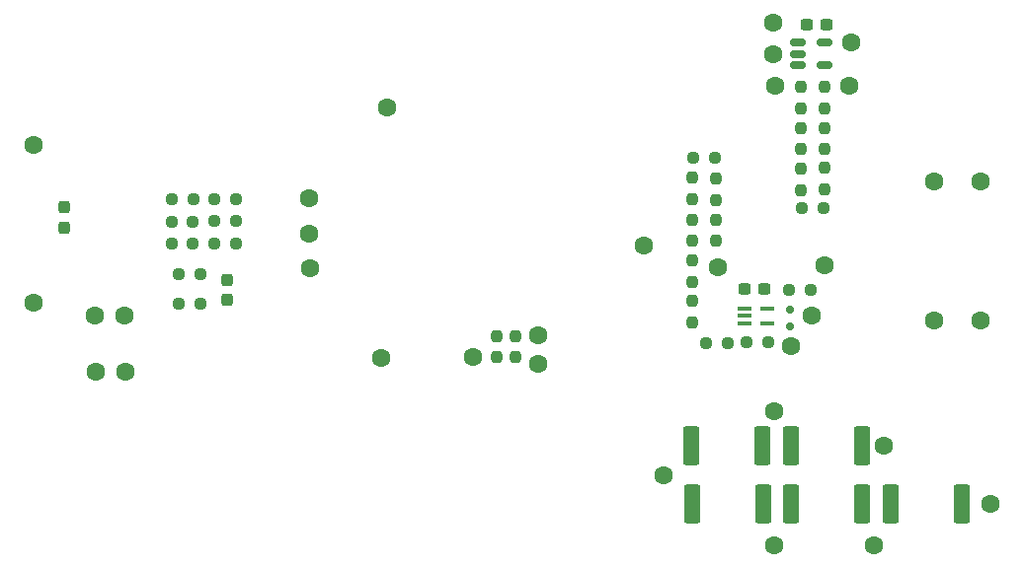
<source format=gbr>
%TF.GenerationSoftware,KiCad,Pcbnew,7.0.7*%
%TF.CreationDate,2023-12-25T15:57:39+03:00*%
%TF.ProjectId,Main_PCB_002,4d61696e-5f50-4434-925f-3030322e6b69,rev?*%
%TF.SameCoordinates,Original*%
%TF.FileFunction,Soldermask,Top*%
%TF.FilePolarity,Negative*%
%FSLAX46Y46*%
G04 Gerber Fmt 4.6, Leading zero omitted, Abs format (unit mm)*
G04 Created by KiCad (PCBNEW 7.0.7) date 2023-12-25 15:57:39*
%MOMM*%
%LPD*%
G01*
G04 APERTURE LIST*
G04 Aperture macros list*
%AMRoundRect*
0 Rectangle with rounded corners*
0 $1 Rounding radius*
0 $2 $3 $4 $5 $6 $7 $8 $9 X,Y pos of 4 corners*
0 Add a 4 corners polygon primitive as box body*
4,1,4,$2,$3,$4,$5,$6,$7,$8,$9,$2,$3,0*
0 Add four circle primitives for the rounded corners*
1,1,$1+$1,$2,$3*
1,1,$1+$1,$4,$5*
1,1,$1+$1,$6,$7*
1,1,$1+$1,$8,$9*
0 Add four rect primitives between the rounded corners*
20,1,$1+$1,$2,$3,$4,$5,0*
20,1,$1+$1,$4,$5,$6,$7,0*
20,1,$1+$1,$6,$7,$8,$9,0*
20,1,$1+$1,$8,$9,$2,$3,0*%
G04 Aperture macros list end*
%ADD10RoundRect,0.237500X0.250000X0.237500X-0.250000X0.237500X-0.250000X-0.237500X0.250000X-0.237500X0*%
%ADD11RoundRect,0.249999X-0.450001X-1.425001X0.450001X-1.425001X0.450001X1.425001X-0.450001X1.425001X0*%
%ADD12RoundRect,0.249999X0.450001X1.425001X-0.450001X1.425001X-0.450001X-1.425001X0.450001X-1.425001X0*%
%ADD13RoundRect,0.237500X-0.237500X0.250000X-0.237500X-0.250000X0.237500X-0.250000X0.237500X0.250000X0*%
%ADD14RoundRect,0.237500X0.237500X-0.250000X0.237500X0.250000X-0.237500X0.250000X-0.237500X-0.250000X0*%
%ADD15RoundRect,0.237500X-0.250000X-0.237500X0.250000X-0.237500X0.250000X0.237500X-0.250000X0.237500X0*%
%ADD16C,1.600000*%
%ADD17R,1.168400X0.304800*%
%ADD18RoundRect,0.237500X0.300000X0.237500X-0.300000X0.237500X-0.300000X-0.237500X0.300000X-0.237500X0*%
%ADD19RoundRect,0.237500X-0.237500X0.300000X-0.237500X-0.300000X0.237500X-0.300000X0.237500X0.300000X0*%
%ADD20RoundRect,0.150000X-0.512500X-0.150000X0.512500X-0.150000X0.512500X0.150000X-0.512500X0.150000X0*%
%ADD21RoundRect,0.150000X0.200000X-0.150000X0.200000X0.150000X-0.200000X0.150000X-0.200000X-0.150000X0*%
G04 APERTURE END LIST*
D10*
%TO.C,R16*%
X105500000Y-110000000D03*
X103675000Y-110000000D03*
%TD*%
D11*
%TO.C,R19*%
X164700000Y-127250000D03*
X170800000Y-127250000D03*
%TD*%
%TO.C,R18*%
X156150000Y-127250000D03*
X162250000Y-127250000D03*
%TD*%
%TO.C,R17*%
X147650000Y-127250000D03*
X153750000Y-127250000D03*
%TD*%
D12*
%TO.C,R14*%
X162200000Y-122250000D03*
X156100000Y-122250000D03*
%TD*%
%TO.C,R6*%
X153700000Y-122250000D03*
X147600000Y-122250000D03*
%TD*%
D10*
%TO.C,R32*%
X158912500Y-101837500D03*
X157087500Y-101837500D03*
%TD*%
D13*
%TO.C,R31*%
X159000000Y-91425000D03*
X159000000Y-93250000D03*
%TD*%
%TO.C,R30*%
X159000000Y-94925000D03*
X159000000Y-96750000D03*
%TD*%
%TO.C,R29*%
X159000000Y-98337500D03*
X159000000Y-100162500D03*
%TD*%
%TO.C,R28*%
X157000000Y-98425000D03*
X157000000Y-100250000D03*
%TD*%
D14*
%TO.C,R27*%
X157000000Y-96750000D03*
X157000000Y-94925000D03*
%TD*%
D13*
%TO.C,R25*%
X149700000Y-102801499D03*
X149700000Y-104626499D03*
%TD*%
%TO.C,R24*%
X149700000Y-99301499D03*
X149700000Y-101126499D03*
%TD*%
D15*
%TO.C,R23*%
X147787500Y-97463999D03*
X149612500Y-97463999D03*
%TD*%
D13*
%TO.C,R22*%
X147700000Y-99213999D03*
X147700000Y-101038999D03*
%TD*%
%TO.C,R21*%
X147700000Y-102801499D03*
X147700000Y-104626499D03*
%TD*%
%TO.C,R20*%
X147700000Y-106301499D03*
X147700000Y-108126499D03*
%TD*%
D16*
%TO.C,D35*%
X173200000Y-127250000D03*
%TD*%
%TO.C,D34*%
X154700000Y-130750000D03*
%TD*%
%TO.C,D33*%
X163200000Y-130750000D03*
%TD*%
%TO.C,D32*%
X145200000Y-124750000D03*
%TD*%
D14*
%TO.C,R12*%
X130861800Y-114600000D03*
X130861800Y-112775000D03*
%TD*%
D17*
%TO.C,U2*%
X152130750Y-110414001D03*
X152130750Y-111064000D03*
X152130750Y-111713999D03*
X154061150Y-111713999D03*
X154061150Y-110414001D03*
%TD*%
D16*
%TO.C,D5*%
X128838200Y-114600000D03*
%TD*%
%TO.C,D9*%
X161331700Y-87603650D03*
%TD*%
%TO.C,D19*%
X96500000Y-115900000D03*
%TD*%
D15*
%TO.C,R8*%
X106710100Y-104818400D03*
X108535100Y-104818400D03*
%TD*%
D18*
%TO.C,C2*%
X159194200Y-86103650D03*
X157469200Y-86103650D03*
%TD*%
%TO.C,C1*%
X153856850Y-108778000D03*
X152131850Y-108778000D03*
%TD*%
D13*
%TO.C,R2*%
X147700000Y-109801499D03*
X147700000Y-111626499D03*
%TD*%
D16*
%TO.C,D20*%
X114816000Y-101000000D03*
%TD*%
%TO.C,D2*%
X172400000Y-99500000D03*
%TD*%
%TO.C,D11*%
X164100000Y-122250000D03*
%TD*%
%TO.C,D1*%
X149900000Y-106847600D03*
%TD*%
%TO.C,D17*%
X96400000Y-111000000D03*
%TD*%
%TO.C,D3*%
X168400000Y-111500000D03*
%TD*%
D19*
%TO.C,C4*%
X93800000Y-101737500D03*
X93800000Y-103462500D03*
%TD*%
D16*
%TO.C,D14*%
X156143950Y-113654800D03*
%TD*%
D15*
%TO.C,R1*%
X106710100Y-101059200D03*
X108535100Y-101059200D03*
%TD*%
D16*
%TO.C,D22*%
X114866800Y-107000000D03*
%TD*%
D14*
%TO.C,R13*%
X132538200Y-114600000D03*
X132538200Y-112775000D03*
%TD*%
D15*
%TO.C,R9*%
X103052500Y-101059200D03*
X104877500Y-101059200D03*
%TD*%
D16*
%TO.C,D15*%
X154629300Y-85868050D03*
%TD*%
D13*
%TO.C,R26*%
X157000000Y-91425000D03*
X157000000Y-93250000D03*
%TD*%
D16*
%TO.C,D26*%
X143500000Y-105000000D03*
%TD*%
D15*
%TO.C,R4*%
X148881450Y-113400800D03*
X150706450Y-113400800D03*
%TD*%
D16*
%TO.C,D25*%
X121500000Y-93200000D03*
%TD*%
%TO.C,D8*%
X134417800Y-112773100D03*
%TD*%
%TO.C,D13*%
X157921950Y-111064000D03*
%TD*%
D15*
%TO.C,R7*%
X106710100Y-102938800D03*
X108535100Y-102938800D03*
%TD*%
D16*
%TO.C,D31*%
X121000000Y-114700000D03*
%TD*%
%TO.C,D29*%
X161131700Y-91303650D03*
%TD*%
%TO.C,D7*%
X172400000Y-111500000D03*
%TD*%
D15*
%TO.C,R10*%
X103001700Y-102989600D03*
X104826700Y-102989600D03*
%TD*%
D16*
%TO.C,D24*%
X99100000Y-115900000D03*
%TD*%
D20*
%TO.C,U17*%
X156725000Y-87625650D03*
X156725000Y-88575650D03*
X156725000Y-89525650D03*
X159000000Y-89525650D03*
X159000000Y-87625650D03*
%TD*%
D16*
%TO.C,D6*%
X168400000Y-99500000D03*
%TD*%
%TO.C,D28*%
X91200000Y-109949200D03*
%TD*%
%TO.C,D16*%
X159000000Y-106750000D03*
%TD*%
D15*
%TO.C,R3*%
X152335850Y-113350000D03*
X154160850Y-113350000D03*
%TD*%
D16*
%TO.C,D12*%
X134468600Y-115211500D03*
%TD*%
D19*
%TO.C,C3*%
X107800000Y-107975000D03*
X107800000Y-109700000D03*
%TD*%
D15*
%TO.C,R11*%
X103001700Y-104818400D03*
X104826700Y-104818400D03*
%TD*%
D16*
%TO.C,D21*%
X114816000Y-104000000D03*
%TD*%
%TO.C,D4*%
X154781700Y-91303650D03*
%TD*%
%TO.C,D10*%
X154700000Y-119250000D03*
%TD*%
D10*
%TO.C,R15*%
X105500000Y-107490000D03*
X103675000Y-107490000D03*
%TD*%
D16*
%TO.C,D18*%
X99000000Y-111000000D03*
%TD*%
%TO.C,D27*%
X91200000Y-96400000D03*
%TD*%
%TO.C,D30*%
X154629300Y-88611250D03*
%TD*%
D15*
%TO.C,R5*%
X155993450Y-108828800D03*
X157818450Y-108828800D03*
%TD*%
D21*
%TO.C,D23*%
X156042350Y-110567200D03*
X156042350Y-111967200D03*
%TD*%
M02*

</source>
